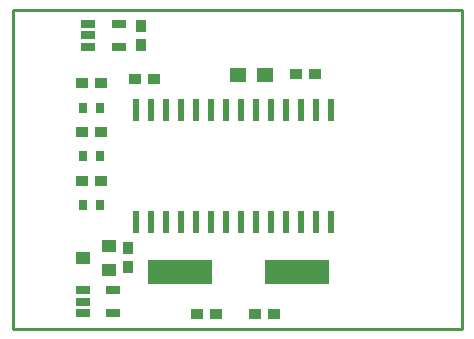
<source format=gtp>
%FSLAX25Y25*%
%MOIN*%
G70*
G01*
G75*
G04 Layer_Color=8421504*
%ADD10R,0.04000X0.03500*%
%ADD11R,0.03150X0.03543*%
%ADD12R,0.04600X0.04000*%
%ADD13R,0.21654X0.07874*%
%ADD14R,0.03500X0.04000*%
%ADD15R,0.02362X0.07480*%
%ADD16R,0.04500X0.02700*%
%ADD17R,0.05500X0.05100*%
%ADD18C,0.02000*%
%ADD19C,0.01890*%
%ADD20C,0.01000*%
%ADD21C,0.06000*%
%ADD22C,0.14000*%
%ADD23R,0.09000X0.09000*%
%ADD24C,0.09000*%
%ADD25R,0.09000X0.09000*%
%ADD26C,0.16000*%
%ADD27C,0.02800*%
%ADD28C,0.00984*%
%ADD29C,0.00787*%
%ADD30C,0.00800*%
D10*
X129456Y182100D02*
D03*
X123100D02*
D03*
X129456Y165820D02*
D03*
X123100D02*
D03*
X123144Y149540D02*
D03*
X129500D02*
D03*
X180600Y105100D02*
D03*
X186956D02*
D03*
X161400D02*
D03*
X167756D02*
D03*
X194444Y185000D02*
D03*
X200800D02*
D03*
X147200Y183500D02*
D03*
X140844D02*
D03*
D11*
X123544Y173960D02*
D03*
X129056D02*
D03*
X123544Y157680D02*
D03*
X129056D02*
D03*
X123544Y141400D02*
D03*
X129056D02*
D03*
D12*
X132200Y119700D02*
D03*
Y127700D02*
D03*
X123500Y123700D02*
D03*
D13*
X155812Y119300D02*
D03*
X194788D02*
D03*
D14*
X138400Y120844D02*
D03*
Y127200D02*
D03*
X142700Y194800D02*
D03*
Y201156D02*
D03*
D15*
X140900Y135899D02*
D03*
Y173301D02*
D03*
X145900Y135899D02*
D03*
X150900D02*
D03*
X155900D02*
D03*
X160900D02*
D03*
X165900D02*
D03*
X170900D02*
D03*
Y173301D02*
D03*
X165900D02*
D03*
X160900D02*
D03*
X155900D02*
D03*
X150900D02*
D03*
X145900D02*
D03*
X175900Y135899D02*
D03*
X180900D02*
D03*
X185900D02*
D03*
X190900D02*
D03*
X195900D02*
D03*
X200900D02*
D03*
Y173301D02*
D03*
X195900D02*
D03*
X190900D02*
D03*
X185900D02*
D03*
X180900D02*
D03*
X175900D02*
D03*
X205900Y135899D02*
D03*
Y173301D02*
D03*
D16*
X135300Y194200D02*
D03*
X125100D02*
D03*
X135300Y201800D02*
D03*
X125100Y198000D02*
D03*
Y201800D02*
D03*
X133500Y105500D02*
D03*
X123300D02*
D03*
X133500Y113100D02*
D03*
X123300Y109300D02*
D03*
Y113100D02*
D03*
D17*
X184000Y184800D02*
D03*
X175000D02*
D03*
D20*
X100000Y100000D02*
X249600D01*
Y206600D01*
X100000D02*
X249600D01*
X100000Y100000D02*
Y206600D01*
M02*

</source>
